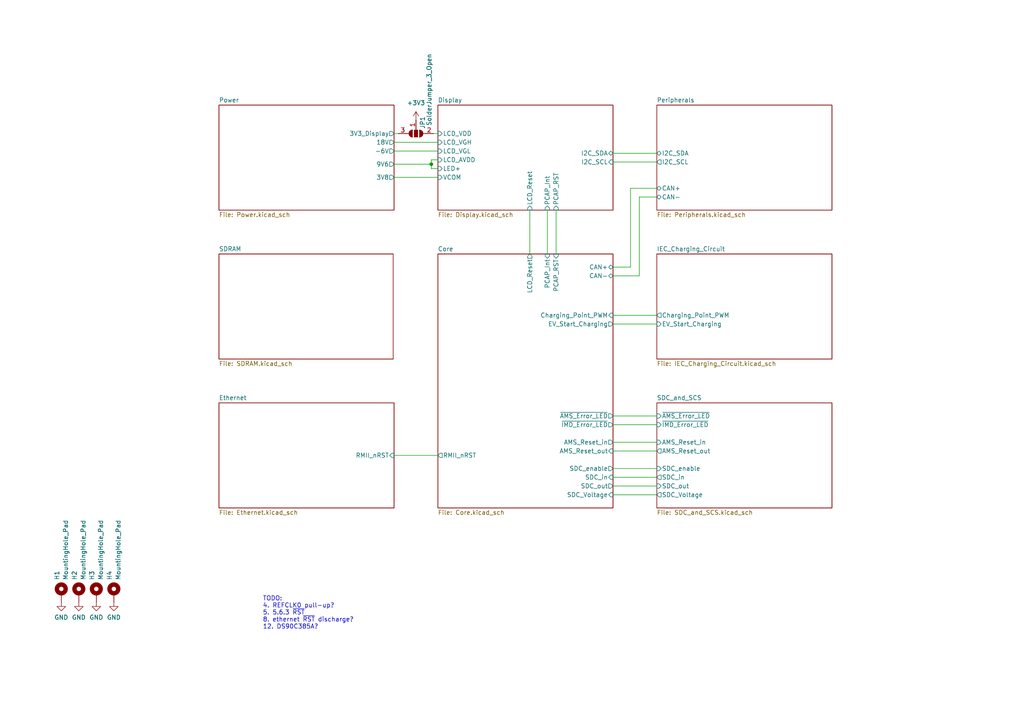
<source format=kicad_sch>
(kicad_sch (version 20250114) (generator "eeschema") (generator_version "9.0")
  (paper "A4")
  (lib_symbols
    (symbol "Jumper:SolderJumper_3_Open" (pin_names (offset 0) (hide yes)) (exclude_from_sim yes) (in_bom no)
      (property "Reference" "JP1" (at -1.905 -3.175 90))
      (property "Value" "SolderJumper_3_Open" (at -3.81 -12.7 90))
      (symbol "SolderJumper_3_Open_0_1"
        (polyline (pts (xy -2.54 0) (xy -2.032 0)))
        (polyline (pts (xy -1.016 1.016) (xy -1.016 -1.016)))
        (arc (start -1.016 -1.016) (mid -2.0276 0) (end -1.016 1.016))
        (arc (start -1.016 -1.016) (mid -2.0276 0) (end -1.016 1.016) (fill (type outline)))
        (rectangle (start -0.508 1.016) (end 0.508 -1.016) (fill (type outline)))
        (polyline (pts (xy 0 -1.27) (xy 0 -1.016)))
        (arc (start 1.016 1.016) (mid 2.0276 0) (end 1.016 -1.016))
        (arc (start 1.016 1.016) (mid 2.0276 0) (end 1.016 -1.016) (fill (type outline)))
        (polyline (pts (xy 1.016 1.016) (xy 1.016 -1.016)))
        (polyline (pts (xy 2.54 0) (xy 2.032 0)))
      )
      (symbol "SolderJumper_3_Open_1_1"
        (pin passive line (at -5.08 0 0) (length 2.54) (name "A") (number "2"))
        (pin passive line (at 0 -3.81 90) (length 2.54) (name "C") (number "1"))
        (pin passive line (at 5.08 0 180) (length 2.54) (name "B") (number "3"))
      )
    )
    (symbol "Mechanical:MountingHole_Pad" (pin_numbers (hide yes)) (pin_names (offset 1.016) (hide yes)) (in_bom no)
      (property "Reference" "H" (at 0 6.35 0))
      (property "Value" "MountingHole_Pad" (at 0 4.445 0))
      (symbol "MountingHole_Pad_0_1"
        (circle (center 0 1.27) (radius 1.27) (stroke (width 1.27)))
      )
      (symbol "MountingHole_Pad_1_1"
        (pin input line (at 0 -2.54 90) (length 2.54) (name "1") (number "1"))
      )
    )
    (symbol "power:+3V3" (power) (pin_numbers (hide yes)) (pin_names (offset 0) (hide yes))
      (property "Value" "+3V3" (at 0 3.556 0))
      (symbol "+3V3_0_1"
        (polyline (pts (xy -0.762 1.27) (xy 0 2.54)))
        (polyline (pts (xy 0 2.54) (xy 0.762 1.27)))
        (polyline (pts (xy 0 0) (xy 0 2.54)))
      )
      (symbol "+3V3_1_1"
        (pin power_in line (at 0 0 90) (length 0) (name "~") (number "1"))
      )
    )
    (symbol "power:GND" (power) (pin_numbers (hide yes)) (pin_names (offset 0) (hide yes))
      (property "Value" "GND" (at 0 -3.81 0))
      (symbol "GND_0_1"
        (polyline (pts (xy 0 0) (xy 0 -1.27) (xy 1.27 -1.27) (xy 0 -2.54) (xy -1.27 -1.27) (xy 0 -1.27)))
      )
      (symbol "GND_1_1"
        (pin power_in line (at 0 0 270) (length 0) (name "~") (number "1"))
      )
    )
  )
  (text "TODO:\n4. REFCLK0 pull-up?\n5. 5.6.3 ~{RST}\n8. ethernet ~{RST} discharge?\n12. DS90C385A?\n" (at 76.2 177.8 0) (effects (font (size 1.27 1.27)) (justify left)))
  (junction (at 125.095 47.625))
  (wire (pts (xy 177.8 44.45) (xy 190.5 44.45)))
  (wire (pts (xy 177.8 46.99) (xy 190.5 46.99)))
  (wire (pts (xy 177.8 93.98) (xy 190.5 93.98)))
  (wire (pts (xy 177.8 130.81) (xy 190.5 130.81)))
  (wire (pts (xy 182.88 54.61) (xy 190.5 54.61)))
  (wire (pts (xy 190.5 57.15) (xy 185.42 57.15)))
  (wire (pts (xy 114.3 132.08) (xy 127 132.08)))
  (wire (pts (xy 114.3 47.625) (xy 125.095 47.625)))
  (wire (pts (xy 177.8 91.44) (xy 190.5 91.44)))
  (wire (pts (xy 125.095 46.355) (xy 125.095 47.625)))
  (wire (pts (xy 177.8 120.65) (xy 190.5 120.65)))
  (wire (pts (xy 177.8 77.47) (xy 182.88 77.47)))
  (wire (pts (xy 177.8 138.43) (xy 190.5 138.43)))
  (wire (pts (xy 114.3 38.735) (xy 115.57 38.735)))
  (wire (pts (xy 114.3 43.815) (xy 127 43.815)))
  (wire (pts (xy 127 46.355) (xy 125.095 46.355)))
  (wire (pts (xy 177.8 140.97) (xy 190.5 140.97)))
  (wire (pts (xy 182.88 77.47) (xy 182.88 54.61)))
  (wire (pts (xy 114.3 51.435) (xy 127 51.435)))
  (wire (pts (xy 177.8 135.89) (xy 190.5 135.89)))
  (wire (pts (xy 185.42 80.01) (xy 177.8 80.01)))
  (wire (pts (xy 153.67 60.96) (xy 153.67 73.66)))
  (wire (pts (xy 185.42 57.15) (xy 185.42 80.01)))
  (wire (pts (xy 125.095 48.895) (xy 127 48.895)))
  (wire (pts (xy 158.75 60.96) (xy 158.75 73.66)))
  (wire (pts (xy 161.29 60.96) (xy 161.29 73.66)))
  (wire (pts (xy 177.8 143.51) (xy 190.5 143.51)))
  (wire (pts (xy 114.3 41.275) (xy 127 41.275)))
  (wire (pts (xy 125.095 47.625) (xy 125.095 48.895)))
  (wire (pts (xy 177.8 123.19) (xy 190.5 123.19)))
  (wire (pts (xy 125.73 38.735) (xy 127 38.735)))
  (wire (pts (xy 177.8 128.27) (xy 190.5 128.27)))
  (symbol (lib_id "Mechanical:MountingHole_Pad") (at 27.94 172.085 0) (unit 1) (in_bom no)
    (property "Reference" "H3" (at 26.67 168.275 90) (effects (justify left)))
    (property "Value" "MountingHole_Pad" (at 29.21 168.275 90) (effects (justify left)))
    (property "Footprint" "MountingHole:MountingHole_3.2mm_M3_ISO14580_Pad_TopBottom" (effects (hide yes)))
    (property "Description" "Mounting Hole with connection" (effects (hide yes)))
  )
  (symbol (lib_id "Mechanical:MountingHole_Pad") (at 17.78 172.085 0) (unit 1) (in_bom no)
    (property "Reference" "H1" (at 16.51 168.275 90) (effects (justify left)))
    (property "Value" "MountingHole_Pad" (at 19.05 168.275 90) (effects (justify left)))
    (property "Footprint" "MountingHole:MountingHole_3.2mm_M3_ISO14580_Pad_TopBottom" (effects (hide yes)))
    (property "Description" "Mounting Hole with connection" (effects (hide yes)))
  )
  (symbol (lib_id "Mechanical:MountingHole_Pad") (at 22.86 172.085 0) (unit 1) (in_bom no)
    (property "Reference" "H2" (at 21.59 168.275 90) (effects (justify left)))
    (property "Value" "MountingHole_Pad" (at 24.13 168.275 90) (effects (justify left)))
    (property "Footprint" "MountingHole:MountingHole_3.2mm_M3_ISO14580_Pad_TopBottom" (effects (hide yes)))
    (property "Description" "Mounting Hole with connection" (effects (hide yes)))
  )
  (symbol (lib_id "power:GND") (at 33.02 174.625 0) (unit 1)
    (property "Reference" "#PWR0216" (effects (hide yes)))
    (property "Value" "GND" (at 33.02 179.07 0))
    (property "Description" "Power symbol creates a global label with name \"GND\" , ground" (effects (hide yes)))
  )
  (symbol (lib_id "Mechanical:MountingHole_Pad") (at 33.02 172.085 0) (unit 1) (in_bom no)
    (property "Reference" "H4" (at 31.75 168.275 90) (effects (justify left)))
    (property "Value" "MountingHole_Pad" (at 34.29 168.275 90) (effects (justify left)))
    (property "Footprint" "MountingHole:MountingHole_3.2mm_M3_ISO14580_Pad_TopBottom" (effects (hide yes)))
    (property "Description" "Mounting Hole with connection" (effects (hide yes)))
  )
  (symbol (lib_id "Jumper:SolderJumper_3_Open") (at 120.65 38.735 180) (unit 1) (in_bom no)
    (property "Reference" "JP1" (at 122.555 35.56 90))
    (property "Value" "SolderJumper_3_Open" (at 124.46 26.035 90))
    (property "Footprint" "Jumper:SolderJumper-3_P1.3mm_Open_RoundedPad1.0x1.5mm" (effects (hide yes)))
    (property "Description" "Solder Jumper, 3-pole, open" (effects (hide yes)))
  )
  (symbol (lib_id "power:GND") (at 22.86 174.625 0) (unit 1)
    (property "Reference" "#PWR0214" (effects (hide yes)))
    (property "Value" "GND" (at 22.86 179.07 0))
    (property "Description" "Power symbol creates a global label with name \"GND\" , ground" (effects (hide yes)))
  )
  (symbol (lib_id "power:GND") (at 17.78 174.625 0) (unit 1)
    (property "Reference" "#PWR0213" (effects (hide yes)))
    (property "Value" "GND" (at 17.78 179.07 0))
    (property "Description" "Power symbol creates a global label with name \"GND\" , ground" (effects (hide yes)))
  )
  (symbol (lib_id "power:GND") (at 27.94 174.625 0) (unit 1)
    (property "Reference" "#PWR0215" (effects (hide yes)))
    (property "Value" "GND" (at 27.94 179.07 0))
    (property "Description" "Power symbol creates a global label with name \"GND\" , ground" (effects (hide yes)))
  )
  (symbol (lib_id "power:+3V3") (at 120.65 34.925 0) (unit 1)
    (property "Reference" "#PWR01" (effects (hide yes)))
    (property "Value" "+3V3" (at 120.65 29.845 0))
    (property "Description" "Power symbol creates a global label with name \"+3V3\"" (effects (hide yes)))
  )
  (sheet (at 63.5 73.66) (size 50.546 30.48) (stroke (width 0.1524))
    (property "Sheetname" "SDRAM" (at 63.5 72.9484 0) (effects (justify left bottom)))
    (property "Sheetfile" "SDRAM.kicad_sch" (at 63.5 104.7246 0) (effects (justify left top)))
  )
  (sheet (at 127 30.48) (size 50.8 30.48) (stroke (width 0.1524))
    (property "Sheetname" "Display" (at 127 29.7684 0) (effects (justify left bottom)))
    (property "Sheetfile" "Display.kicad_sch" (at 127 61.5446 0) (effects (justify left top)))
    (pin "VCOM" input (at 127 51.435 180))
    (pin "LCD_VDD" input (at 127 38.735 180))
    (pin "LED+" input (at 127 48.895 180))
    (pin "I2C_SCL" input (at 177.8 46.99 0))
    (pin "PCAP_Int" input (at 158.75 60.96 270))
    (pin "I2C_SDA" bidirectional (at 177.8 44.45 0))
    (pin "PCAP_RST" input (at 161.29 60.96 270))
    (pin "LCD_VGH" input (at 127 41.275 180))
    (pin "LCD_VGL" input (at 127 43.815 180))
    (pin "LCD_AVDD" input (at 127 46.355 180))
    (pin "LCD_Reset" input (at 153.67 60.96 270))
  )
  (sheet (at 127 73.66) (size 50.8 73.66) (stroke (width 0.1524))
    (property "Sheetname" "Core" (at 127 72.9484 0) (effects (justify left bottom)))
    (property "Sheetfile" "Core.kicad_sch" (at 127 147.9046 0) (effects (justify left top)))
    (pin "PCAP_RST" input (at 161.29 73.66 90))
    (pin "PCAP_Int" input (at 158.75 73.66 90))
    (pin "~{AMS_Error_LED}" output (at 177.8 120.65 0))
    (pin "~{IMD_Error_LED}" output (at 177.8 123.19 0))
    (pin "SDC_enable" output (at 177.8 135.89 0))
    (pin "AMS_Reset_out" input (at 177.8 130.81 0))
    (pin "SDC_Voltage" input (at 177.8 143.51 0))
    (pin "SDC_in" input (at 177.8 138.43 0))
    (pin "SDC_out" output (at 177.8 140.97 0))
    (pin "AMS_Reset_in" output (at 177.8 128.27 0))
    (pin "EV_Start_Charging" output (at 177.8 93.98 0))
    (pin "Charging_Point_PWM" input (at 177.8 91.44 0))
    (pin "LCD_Reset" output (at 153.67 73.66 90))
    (pin "RMII_nRST" output (at 127 132.08 180))
    (pin "CAN-" bidirectional (at 177.8 80.01 0))
    (pin "CAN+" bidirectional (at 177.8 77.47 0))
  )
  (sheet (at 63.5 116.84) (size 50.8 30.48) (stroke (width 0.1524))
    (property "Sheetname" "Ethernet" (at 63.5 116.1284 0) (effects (justify left bottom)))
    (property "Sheetfile" "Ethernet.kicad_sch" (at 63.5 147.9046 0) (effects (justify left top)))
    (pin "RMII_nRST" input (at 114.3 132.08 0))
  )
  (sheet (at 190.5 116.84) (size 50.8 30.48) (stroke (width 0.1524))
    (property "Sheetname" "SDC_and_SCS" (at 190.5 116.1284 0) (effects (justify left bottom)))
    (property "Sheetfile" "SDC_and_SCS.kicad_sch" (at 190.5 147.9046 0) (effects (justify left top)))
    (pin "~{IMD_Error_LED}" input (at 190.5 123.19 180))
    (pin "~{AMS_Error_LED}" input (at 190.5 120.65 180))
    (pin "AMS_Reset_in" input (at 190.5 128.27 180))
    (pin "AMS_Reset_out" output (at 190.5 130.81 180))
    (pin "SDC_enable" input (at 190.5 135.89 180))
    (pin "SDC_in" output (at 190.5 138.43 180))
    (pin "SDC_Voltage" output (at 190.5 143.51 180))
    (pin "SDC_out" input (at 190.5 140.97 180))
  )
  (sheet (at 190.5 30.48) (size 50.8 30.48) (stroke (width 0.1524))
    (property "Sheetname" "Peripherals" (at 190.5 29.7684 0) (effects (justify left bottom)))
    (property "Sheetfile" "Peripherals.kicad_sch" (at 190.5 61.5446 0) (effects (justify left top)))
    (pin "I2C_SDA" bidirectional (at 190.5 44.45 180))
    (pin "I2C_SCL" output (at 190.5 46.99 180))
    (pin "CAN-" bidirectional (at 190.5 57.15 180))
    (pin "CAN+" bidirectional (at 190.5 54.61 180))
  )
  (sheet (at 190.5 73.66) (size 50.8 30.48) (stroke (width 0.1524))
    (property "Sheetname" "IEC_Charging_Circuit" (at 190.5 72.9484 0) (effects (justify left bottom)))
    (property "Sheetfile" "IEC_Charging_Circuit.kicad_sch" (at 190.5 104.7246 0) (effects (justify left top)))
    (pin "Charging_Point_PWM" output (at 190.5 91.44 180))
    (pin "EV_Start_Charging" input (at 190.5 93.98 180))
  )
  (sheet (at 63.5 30.48) (size 50.8 30.48) (stroke (width 0.1524))
    (property "Sheetname" "Power" (at 63.5 29.7684 0) (effects (justify left bottom)))
    (property "Sheetfile" "Power.kicad_sch" (at 63.5 61.5446 0) (effects (justify left top)))
    (pin "3V3_Display" output (at 114.3 38.735 0))
    (pin "3V8" output (at 114.3 51.435 0))
    (pin "18V" output (at 114.3 41.275 0))
    (pin "-6V" output (at 114.3 43.815 0))
    (pin "9V6" output (at 114.3 47.625 0))
  )
)
</source>
